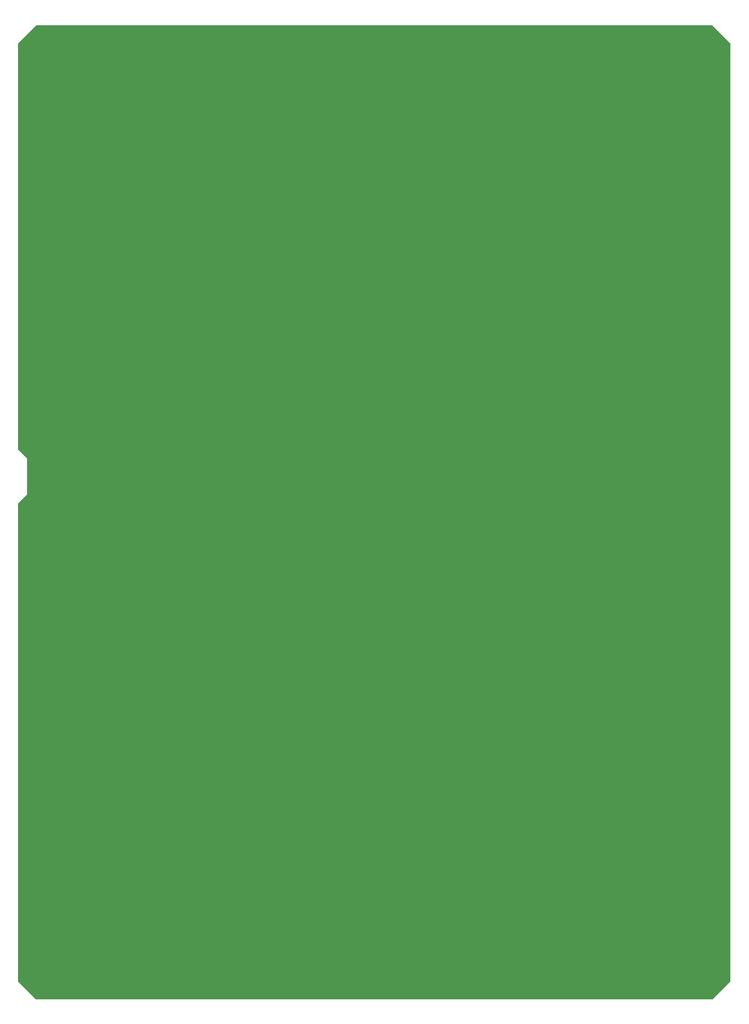
<source format=gbr>
G04 DipTrace 2.3.1.0*
%INBoard.gbr*%
%MOIN*%
%ADD11C,0.0055*%
%FSLAX44Y44*%
G04*
G70*
G90*
G75*
G01*
%LNBoardPoly*%
%LPD*%
G36*
X3937Y56937D2*
D11*
X4937Y57937D1*
X42437D1*
X43437Y56937D1*
Y4937D1*
X42437Y3937D1*
X4937D1*
X3937Y4937D1*
Y31437D1*
X4437Y31937D1*
Y33937D1*
X3937Y34437D1*
Y56937D1*
G37*
M02*

</source>
